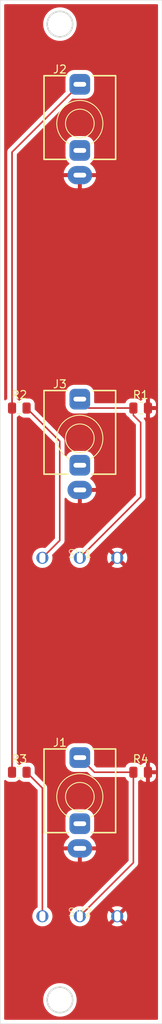
<source format=kicad_pcb>
(kicad_pcb (version 20240108) (generator "pcbnew") (generator_version "8.0")
  (layers (0 "F.Cu" signal) (31 "B.Cu" signal) (34 "B.Paste" user) (35 "F.Paste" user) (36 "B.SilkS" user "B.Silkscreen") (37 "F.SilkS" user "F.Silkscreen") (38 "B.Mask" user) (39 "F.Mask" user) (44 "Edge.Cuts" user))
  (net 0 "")
  (net 1 "GND")
  (net 2 "V2_5")
  (net 3 "V5")
  (net 4 "V3")
  (net 5 "Net-(SW1-A)")
  (net 6 "Net-(SW2-A)")
  (footprint "AudioJacks:Jack_3.5mm_QingPu_WQP-PJ398SM_Vertical" (layer "F.Cu") (at 160 80)
    (property "Reference" "J3" (at -2.5 -6.8 0) (layer "F.SilkS"))
    (property "Value" "AudioJack2")
    (fp_line (start -4.5 -6) (end -1.6 -6) (stroke (width 0.2)) (layer "F.SilkS"))
    (fp_line (start -4.5 4.5) (end -4.5 -6) (stroke (width 0.2)) (layer "F.SilkS"))
    (fp_line (start -4.5 4.5) (end -1.5 4.5) (stroke (width 0.2)) (layer "F.SilkS"))
    (fp_line (start 1.5 4.5) (end 4.5 4.5) (stroke (width 0.2)) (layer "F.SilkS"))
    (fp_line (start 1.6 -6) (end 4.5 -6) (stroke (width 0.2)) (layer "F.SilkS"))
    (fp_line (start 4.5 4.5) (end 4.5 -6) (stroke (width 0.2)) (layer "F.SilkS"))
    (fp_arc (start -1.296263 2.588577) (mid -2.817353 -0.665994) (end 0 -2.895) (stroke (width 0.12)) (layer "F.SilkS"))
    (fp_arc (start 0 -2.895) (mid 2.817353 -0.665994) (end 1.296263 2.588577) (stroke (width 0.12)) (layer "F.SilkS"))
    (fp_circle (center 0 0) (end -1.8 0) (stroke (width 0.12)) (fill none) (layer "F.SilkS"))
    (pad "S" thru_hole oval (at 0 6.48) (size 3.1 2.3) (drill oval 1.6 0.6) (layers "*.Cu" "*.Mask") (net 1 "GND"))
    (pad "T" thru_hole roundrect (at 0 -4.92) (size 2.6 2.6) (drill oval 1.6 0.6) (layers "*.Cu" "*.Mask") (net 4 "V3"))
    (pad "TN" thru_hole roundrect (at 0 3.38) (size 2.6 2.6) (drill oval 1.6 0.6) (layers "*.Cu" "*.Mask"))
  )
  (footprint "Resistor_SMD:R_0805_2012Metric" (layer "F.Cu") (at 167.64 76.2)
    (property "Reference" "R1" (at 0 -1.65 0) (layer "F.SilkS"))
    (property "Value" "100k")
    (fp_line (start -0.227064 -0.735) (end 0.227064 -0.735) (stroke (width 0.12)) (layer "F.SilkS"))
    (fp_line (start -0.227064 0.735) (end 0.227064 0.735) (stroke (width 0.12)) (layer "F.SilkS"))
    (pad "1" smd roundrect (at -0.9125 0) (size 1.025 1.4) (layers "F.Cu" "F.Paste" "F.Mask") (roundrect_rratio 0.243902439) (net 4 "V3"))
    (pad "2" smd roundrect (at 0.9125 0) (size 1.025 1.4) (layers "F.Cu" "F.Paste" "F.Mask") (roundrect_rratio 0.243902439) (net 1 "GND"))
  )
  (footprint "AudioJacks:Jack_3.5mm_QingPu_WQP-PJ398SM_Vertical" (layer "F.Cu") (at 160 125)
    (property "Reference" "J1" (at -2.5 -6.8 0) (layer "F.SilkS"))
    (property "Value" "AudioJack2")
    (fp_line (start -4.5 -6) (end -1.6 -6) (stroke (width 0.2)) (layer "F.SilkS"))
    (fp_line (start -4.5 4.5) (end -4.5 -6) (stroke (width 0.2)) (layer "F.SilkS"))
    (fp_line (start -4.5 4.5) (end -1.5 4.5) (stroke (width 0.2)) (layer "F.SilkS"))
    (fp_line (start 1.5 4.5) (end 4.5 4.5) (stroke (width 0.2)) (layer "F.SilkS"))
    (fp_line (start 1.6 -6) (end 4.5 -6) (stroke (width 0.2)) (layer "F.SilkS"))
    (fp_line (start 4.5 4.5) (end 4.5 -6) (stroke (width 0.2)) (layer "F.SilkS"))
    (fp_arc (start -1.296263 2.588577) (mid -2.817353 -0.665994) (end 0 -2.895) (stroke (width 0.12)) (layer "F.SilkS"))
    (fp_arc (start 0 -2.895) (mid 2.817353 -0.665994) (end 1.296263 2.588577) (stroke (width 0.12)) (layer "F.SilkS"))
    (fp_circle (center 0 0) (end -1.8 0) (stroke (width 0.12)) (fill none) (layer "F.SilkS"))
    (pad "S" thru_hole oval (at 0 6.48) (size 3.1 2.3) (drill oval 1.6 0.6) (layers "*.Cu" "*.Mask") (net 1 "GND"))
    (pad "T" thru_hole roundrect (at 0 -4.92) (size 2.6 2.6) (drill oval 1.6 0.6) (layers "*.Cu" "*.Mask") (net 2 "V2_5"))
    (pad "TN" thru_hole roundrect (at 0 3.38) (size 2.6 2.6) (drill oval 1.6 0.6) (layers "*.Cu" "*.Mask"))
  )
  (footprint "Euro:ANT11SECQE" (layer "F.Cu") (at 160 95)
    (property "Reference" "SW1" (at 0 -0.5 0) (layer "F.SilkS") (effects (font (thickness 0.1))))
    (property "Value" "SW_Push_SPDT")
    (pad "1" thru_hole circle (at -4.7 0) (size 1.524 1.524) (drill oval 0.76 1.27) (layers "*.Cu" "*.Mask") (net 5 "Net-(SW1-A)"))
    (pad "2" thru_hole circle (at 0 0) (size 1.524 1.524) (drill oval 0.76 1.27) (layers "*.Cu" "*.Mask") (net 4 "V3"))
    (pad "3" thru_hole circle (at 4.7 0) (size 1.524 1.524) (drill oval 0.76 1.27) (layers "*.Cu" "*.Mask") (net 1 "GND"))
  )
  (footprint "AudioJacks:Jack_3.5mm_QingPu_WQP-PJ398SM_Vertical" (layer "F.Cu") (at 160 40.48)
    (property "Reference" "J2" (at -2.5 -6.8 0) (layer "F.SilkS"))
    (property "Value" "AudioJack2")
    (fp_line (start -4.5 -6) (end -1.6 -6) (stroke (width 0.2)) (layer "F.SilkS"))
    (fp_line (start -4.5 4.5) (end -4.5 -6) (stroke (width 0.2)) (layer "F.SilkS"))
    (fp_line (start -4.5 4.5) (end -1.5 4.5) (stroke (width 0.2)) (layer "F.SilkS"))
    (fp_line (start 1.5 4.5) (end 4.5 4.5) (stroke (width 0.2)) (layer "F.SilkS"))
    (fp_line (start 1.6 -6) (end 4.5 -6) (stroke (width 0.2)) (layer "F.SilkS"))
    (fp_line (start 4.5 4.5) (end 4.5 -6) (stroke (width 0.2)) (layer "F.SilkS"))
    (fp_arc (start -1.296263 2.588577) (mid -2.817353 -0.665994) (end 0 -2.895) (stroke (width 0.12)) (layer "F.SilkS"))
    (fp_arc (start 0 -2.895) (mid 2.817353 -0.665994) (end 1.296263 2.588577) (stroke (width 0.12)) (layer "F.SilkS"))
    (fp_circle (center 0 0) (end -1.8 0) (stroke (width 0.12)) (fill none) (layer "F.SilkS"))
    (pad "S" thru_hole oval (at 0 6.48) (size 3.1 2.3) (drill oval 1.6 0.6) (layers "*.Cu" "*.Mask") (net 1 "GND"))
    (pad "T" thru_hole roundrect (at 0 -4.92) (size 2.6 2.6) (drill oval 1.6 0.6) (layers "*.Cu" "*.Mask") (net 3 "V5"))
    (pad "TN" thru_hole roundrect (at 0 3.38) (size 2.6 2.6) (drill oval 1.6 0.6) (layers "*.Cu" "*.Mask"))
  )
  (footprint "Resistor_SMD:R_0805_2012Metric" (layer "F.Cu") (at 152.4 121.92)
    (property "Reference" "R3" (at 0 -1.65 0) (layer "F.SilkS"))
    (property "Value" "100k")
    (fp_line (start -0.227064 -0.735) (end 0.227064 -0.735) (stroke (width 0.12)) (layer "F.SilkS"))
    (fp_line (start -0.227064 0.735) (end 0.227064 0.735) (stroke (width 0.12)) (layer "F.SilkS"))
    (pad "1" smd roundrect (at -0.9125 0) (size 1.025 1.4) (layers "F.Cu" "F.Paste" "F.Mask") (roundrect_rratio 0.243902439) (net 3 "V5"))
    (pad "2" smd roundrect (at 0.9125 0) (size 1.025 1.4) (layers "F.Cu" "F.Paste" "F.Mask") (roundrect_rratio 0.243902439) (net 6 "Net-(SW2-A)"))
  )
  (footprint "Resistor_SMD:R_0805_2012Metric" (layer "F.Cu") (at 167.64 121.92)
    (property "Reference" "R4" (at 0 -1.65 0) (layer "F.SilkS"))
    (property "Value" "100k")
    (fp_line (start -0.227064 -0.735) (end 0.227064 -0.735) (stroke (width 0.12)) (layer "F.SilkS"))
    (fp_line (start -0.227064 0.735) (end 0.227064 0.735) (stroke (width 0.12)) (layer "F.SilkS"))
    (pad "1" smd roundrect (at -0.9125 0) (size 1.025 1.4) (layers "F.Cu" "F.Paste" "F.Mask") (roundrect_rratio 0.243902439) (net 2 "V2_5"))
    (pad "2" smd roundrect (at 0.9125 0) (size 1.025 1.4) (layers "F.Cu" "F.Paste" "F.Mask") (roundrect_rratio 0.243902439) (net 1 "GND"))
  )
  (footprint "Resistor_SMD:R_0805_2012Metric" (layer "F.Cu") (at 152.4 76.2)
    (property "Reference" "R2" (at 0 -1.65 0) (layer "F.SilkS"))
    (property "Value" "50k")
    (fp_line (start -0.227064 -0.735) (end 0.227064 -0.735) (stroke (width 0.12)) (layer "F.SilkS"))
    (fp_line (start -0.227064 0.735) (end 0.227064 0.735) (stroke (width 0.12)) (layer "F.SilkS"))
    (pad "1" smd roundrect (at -0.9125 0) (size 1.025 1.4) (layers "F.Cu" "F.Paste" "F.Mask") (roundrect_rratio 0.243902439) (net 3 "V5"))
    (pad "2" smd roundrect (at 0.9125 0) (size 1.025 1.4) (layers "F.Cu" "F.Paste" "F.Mask") (roundrect_rratio 0.243902439) (net 5 "Net-(SW1-A)"))
  )
  (footprint "Euro:ANT11SECQE" (layer "F.Cu") (at 160 140)
    (property "Reference" "SW2" (at 0 -0.5 0) (layer "F.SilkS") (effects (font (thickness 0.1))))
    (property "Value" "SW_Push_SPDT")
    (pad "1" thru_hole circle (at -4.7 0) (size 1.524 1.524) (drill oval 0.76 1.27) (layers "*.Cu" "*.Mask") (net 6 "Net-(SW2-A)"))
    (pad "2" thru_hole circle (at 0 0) (size 1.524 1.524) (drill oval 0.76 1.27) (layers "*.Cu" "*.Mask") (net 2 "V2_5"))
    (pad "3" thru_hole circle (at 4.7 0) (size 1.524 1.524) (drill oval 0.76 1.27) (layers "*.Cu" "*.Mask") (net 1 "GND"))
  )
  (gr_circle (center 157.5 150.5) (end 159.1 150.5) (stroke (width 0.2)) (fill none) (layer "Edge.Cuts"))
  (gr_rect (start 150 25) (end 170.32 153.5) (stroke (width 0.05)) (fill none) (layer "Edge.Cuts"))
  (gr_circle (center 157.5 28) (end 159.1 28) (stroke (width 0.2)) (fill none) (layer "Edge.Cuts"))
  (segment (start 166.7275 121.92) (end 166.7275 133.2725) (width 0.2) (layer "F.Cu") (net 2))
  (segment (start 166.7275 121.92) (end 161.84 121.92) (width 0.2) (layer "F.Cu") (net 2))
  (segment (start 166.7275 133.2725) (end 160 140) (width 0.2) (layer "F.Cu") (net 2))
  (segment (start 161.84 121.92) (end 160 120.08) (width 0.2) (layer "F.Cu") (net 2))
  (segment (start 151.4875 76.2) (end 151.4875 121.92) (width 0.2) (layer "F.Cu") (net 3))
  (segment (start 160 35.56) (end 151.4875 44.0725) (width 0.2) (layer "F.Cu") (net 3))
  (segment (start 151.4875 44.0725) (end 151.4875 76.2) (width 0.2) (layer "F.Cu") (net 3))
  (segment (start 166.7275 77.1125) (end 167.64 78.025) (width 0.2) (layer "F.Cu") (net 4))
  (segment (start 167.64 78.025) (end 167.64 87.36) (width 0.2) (layer "F.Cu") (net 4))
  (segment (start 167.64 87.36) (end 160 95) (width 0.2) (layer "F.Cu") (net 4))
  (segment (start 166.7275 76.2) (end 166.7275 77.1125) (width 0.2) (layer "F.Cu") (net 4))
  (segment (start 161.12 76.2) (end 160 75.08) (width 0.2) (layer "F.Cu") (net 4))
  (segment (start 166.7275 76.2) (end 161.12 76.2) (width 0.2) (layer "F.Cu") (net 4))
  (segment (start 155.3 95) (end 157.48 92.82) (width 0.2) (layer "F.Cu") (net 5))
  (segment (start 157.48 92.82) (end 157.48 80.3675) (width 0.2) (layer "F.Cu") (net 5))
  (segment (start 157.48 80.3675) (end 153.3125 76.2) (width 0.2) (layer "F.Cu") (net 5))
  (segment (start 155.3 123.9075) (end 153.3125 121.92) (width 0.2) (layer "F.Cu") (net 6))
  (segment (start 155.3 140) (end 155.3 123.9075) (width 0.2) (layer "F.Cu") (net 6))
  (zone (net 1) (net_name "GND") (layer "F.Cu") (connect_pads (clearance 0.5)) (min_thickness 0.25) (fill yes (thermal_gap 0.5) (thermal_bridge_width 0.5))
    (polygon (pts (xy 170 153.5) (xy 170 25) (xy 150 25) (xy 150 153.5)))
  )
)
</source>
